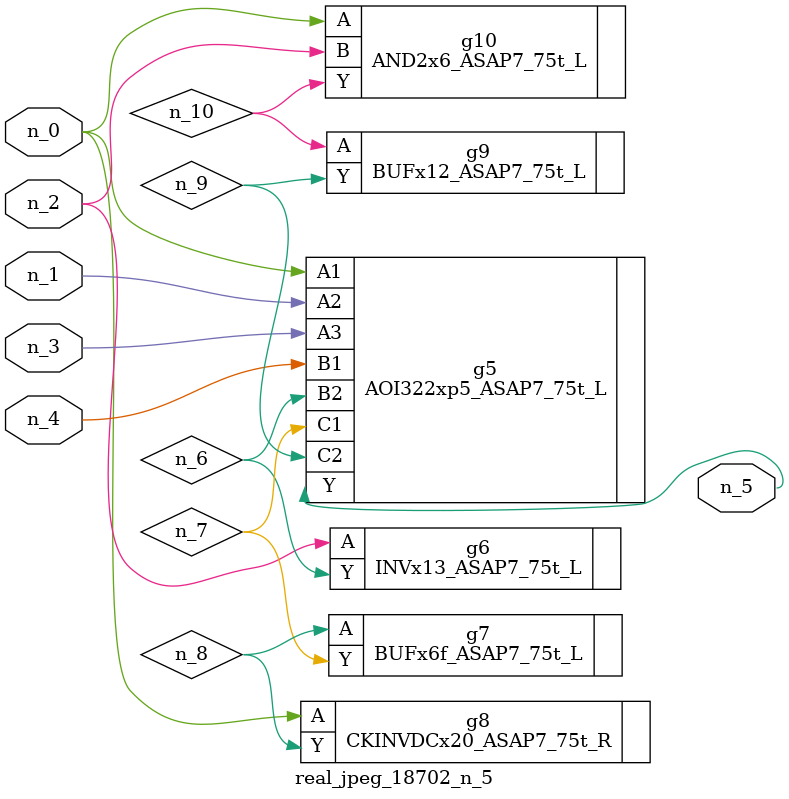
<source format=v>
module real_jpeg_18702_n_5 (n_4, n_0, n_1, n_2, n_3, n_5);

input n_4;
input n_0;
input n_1;
input n_2;
input n_3;

output n_5;

wire n_8;
wire n_6;
wire n_7;
wire n_10;
wire n_9;

AOI322xp5_ASAP7_75t_L g5 ( 
.A1(n_0),
.A2(n_1),
.A3(n_3),
.B1(n_4),
.B2(n_6),
.C1(n_7),
.C2(n_9),
.Y(n_5)
);

CKINVDCx20_ASAP7_75t_R g8 ( 
.A(n_0),
.Y(n_8)
);

AND2x6_ASAP7_75t_L g10 ( 
.A(n_0),
.B(n_2),
.Y(n_10)
);

INVx13_ASAP7_75t_L g6 ( 
.A(n_2),
.Y(n_6)
);

BUFx6f_ASAP7_75t_L g7 ( 
.A(n_8),
.Y(n_7)
);

BUFx12_ASAP7_75t_L g9 ( 
.A(n_10),
.Y(n_9)
);


endmodule
</source>
